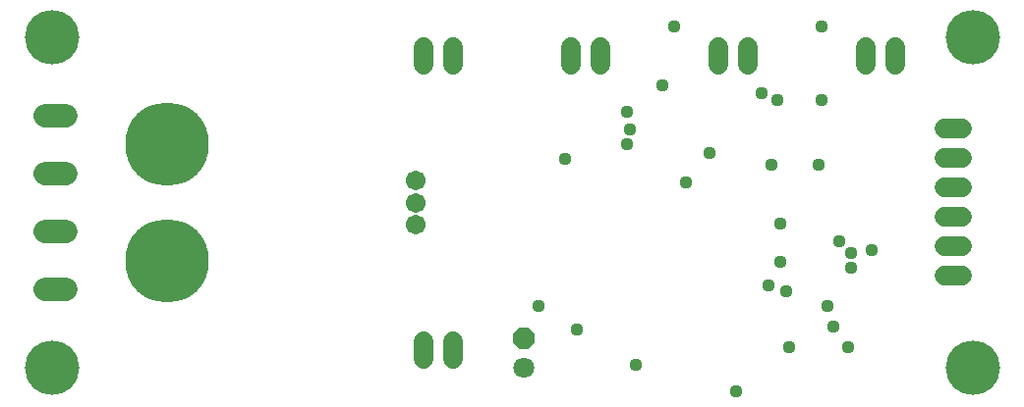
<source format=gbs>
G75*
G70*
%OFA0B0*%
%FSLAX24Y24*%
%IPPOS*%
%LPD*%
%AMOC8*
5,1,8,0,0,1.08239X$1,22.5*
%
%ADD10C,0.1850*%
%ADD11C,0.0680*%
%ADD12OC8,0.0710*%
%ADD13C,0.0710*%
%ADD14C,0.2836*%
%ADD15C,0.0671*%
%ADD16C,0.0785*%
%ADD17C,0.0437*%
D10*
X001975Y002555D03*
X001975Y013805D03*
X033225Y013805D03*
X033225Y002555D03*
D11*
X032860Y005687D02*
X032260Y005687D01*
X032260Y006687D02*
X032860Y006687D01*
X032860Y007687D02*
X032260Y007687D01*
X032260Y008687D02*
X032860Y008687D01*
X032860Y009687D02*
X032260Y009687D01*
X032260Y010687D02*
X032860Y010687D01*
X030600Y012880D02*
X030600Y013480D01*
X029600Y013480D02*
X029600Y012880D01*
X025600Y012880D02*
X025600Y013480D01*
X024600Y013480D02*
X024600Y012880D01*
X020600Y012880D02*
X020600Y013480D01*
X019600Y013480D02*
X019600Y012880D01*
X015600Y012880D02*
X015600Y013480D01*
X014600Y013480D02*
X014600Y012880D01*
X014600Y003480D02*
X014600Y002880D01*
X015600Y002880D02*
X015600Y003480D01*
D12*
X018000Y003580D03*
D13*
X018000Y002580D03*
D14*
X005887Y006211D03*
X005887Y010149D03*
D15*
X014313Y008932D03*
X014313Y008180D03*
X014313Y007428D03*
D16*
X002453Y007196D02*
X001748Y007196D01*
X001748Y005227D02*
X002453Y005227D01*
X002453Y009164D02*
X001748Y009164D01*
X001748Y011133D02*
X002453Y011133D01*
D17*
X018500Y004680D03*
X019800Y003880D03*
X021800Y002680D03*
X025200Y001780D03*
X027000Y003280D03*
X028500Y003980D03*
X028300Y004680D03*
X026900Y005180D03*
X026300Y005380D03*
X026700Y006180D03*
X028700Y006880D03*
X029100Y006480D03*
X029800Y006580D03*
X029100Y005980D03*
X026700Y007480D03*
X023500Y008880D03*
X024300Y009880D03*
X026400Y009480D03*
X028000Y009480D03*
X028100Y011680D03*
X026600Y011680D03*
X026050Y011905D03*
X022700Y012180D03*
X021475Y011280D03*
X021600Y010680D03*
X021500Y010180D03*
X019400Y009680D03*
X023100Y014180D03*
X028100Y014180D03*
X029000Y003280D03*
M02*

</source>
